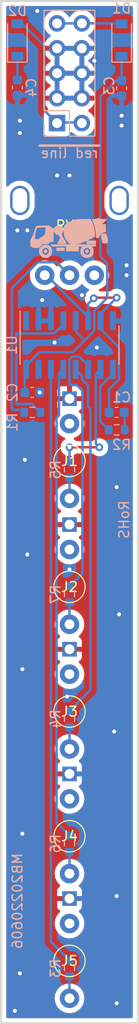
<source format=kicad_pcb>
(kicad_pcb (version 20211014) (generator pcbnew)
  (layers (0 "F.Cu" signal) (31 "B.Cu" signal) (34 "B.Paste" user) (35 "F.Paste" user) (36 "B.SilkS" user "B.Silkscreen") (37 "F.SilkS" user "F.Silkscreen") (38 "B.Mask" user) (39 "F.Mask" user) (44 "Edge.Cuts" user))
  (net 0 "")
  (net 1 "Net-(C1-Pad1)")
  (net 2 "Net-(C1-Pad2)")
  (net 3 "/VCC")
  (net 4 "GND")
  (net 5 "/VEE")
  (net 6 "Net-(D1-Pad2)")
  (net 7 "Net-(D2-Pad2)")
  (net 8 "/clk")
  (net 10 "/clk_div2")
  (net 12 "/clk_div4")
  (net 14 "/clk_div8")
  (net 16 "/clk_div16")
  (net 18 "Net-(R1-Pad1)")
  (net 19 "Net-(R1-Pad2)")
  (net 20 "Net-(R2-Pad2)")
  (net 21 "Net-(R3-Pad1)")
  (net 22 "Net-(R4-Pad1)")
  (net 23 "Net-(R5-Pad1)")
  (net 24 "Net-(R6-Pad1)")
  (net 25 "Net-(R7-Pad1)")
  (footprint "eurorack_footprints:audio_jack_pj-398sm" (layer "F.Cu") (at 63.5 109.095)
    (fp_text reference "J1" (at 0 -3.81 unlocked) (layer "F.SilkS"))
    (fp_text value "AudioJack2_SwitchT" hide)
    (fp_circle (center 0 -3.81) (end 1.6 -3.81) (layer "F.SilkS") (width 0.12) (fill none))
    (pad "S" thru_hole rect (at 0 -10.16) (size 1.5 1.5) (drill 1) (layers *.Cu *.Mask) (net 4 "GND"))
    (pad "T" thru_hole circle (at 0 0) (size 2 2) (drill 1) (layers *.Cu *.Mask) (net 8 "/clk"))
    (pad "TN" thru_hole circle (at 0 -7.62) (size 2 2) (drill 1) (layers *.Cu *.Mask))
  )
  (footprint "eurorack_footprints:audio_jack_pj-398sm" (layer "F.Cu") (at 63.5 134.62)
    (fp_text reference "J3" (at 0 -3.81 unlocked) (layer "F.SilkS"))
    (fp_text value "AudioJack2_SwitchT" hide)
    (fp_circle (center 0 -3.81) (end 1.6 -3.81) (layer "F.SilkS") (width 0.12) (fill none))
    (pad "S" thru_hole rect (at 0 -10.16) (size 1.5 1.5) (drill 1) (layers *.Cu *.Mask) (net 4 "GND"))
    (pad "T" thru_hole circle (at 0 0) (size 2 2) (drill 1) (layers *.Cu *.Mask) (net 12 "/clk_div4"))
    (pad "TN" thru_hole circle (at 0 -7.62) (size 2 2) (drill 1) (layers *.Cu *.Mask))
  )
  (footprint "eurorack_footprints:audio_jack_pj-398sm" (layer "F.Cu") (at 63.5 160.02)
    (fp_text reference "J5" (at 0 -3.81 unlocked) (layer "F.SilkS"))
    (fp_text value "AudioJack2_SwitchT" hide)
    (fp_circle (center 0 -3.81) (end 1.6 -3.81) (layer "F.SilkS") (width 0.12) (fill none))
    (pad "S" thru_hole rect (at 0 -10.16) (size 1.5 1.5) (drill 1) (layers *.Cu *.Mask) (net 4 "GND"))
    (pad "T" thru_hole circle (at 0 0) (size 2 2) (drill 1) (layers *.Cu *.Mask) (net 16 "/clk_div16"))
    (pad "TN" thru_hole circle (at 0 -7.62) (size 2 2) (drill 1) (layers *.Cu *.Mask))
  )
  (footprint "eurorack_footprints:audio_jack_pj-398sm" (layer "F.Cu") (at 63.5 121.92)
    (fp_text reference "J2" (at 0 -3.81 unlocked) (layer "F.SilkS"))
    (fp_text value "AudioJack2_SwitchT" hide)
    (fp_circle (center 0 -3.81) (end 1.6 -3.81) (layer "F.SilkS") (width 0.12) (fill none))
    (pad "S" thru_hole rect (at 0 -10.16) (size 1.5 1.5) (drill 1) (layers *.Cu *.Mask) (net 4 "GND"))
    (pad "T" thru_hole circle (at 0 0) (size 2 2) (drill 1) (layers *.Cu *.Mask) (net 10 "/clk_div2"))
    (pad "TN" thru_hole circle (at 0 -7.62) (size 2 2) (drill 1) (layers *.Cu *.Mask))
  )
  (footprint "eurorack_footprints:audio_jack_pj-398sm" (layer "F.Cu") (at 63.5 147.32)
    (fp_text reference "J4" (at 0 -3.81 unlocked) (layer "F.SilkS"))
    (fp_text value "AudioJack2_SwitchT" hide)
    (fp_circle (center 0 -3.81) (end 1.6 -3.81) (layer "F.SilkS") (width 0.12) (fill none))
    (pad "S" thru_hole rect (at 0 -10.16) (size 1.5 1.5) (drill 1) (layers *.Cu *.Mask) (net 4 "GND"))
    (pad "T" thru_hole circle (at 0 0) (size 2 2) (drill 1) (layers *.Cu *.Mask) (net 14 "/clk_div8"))
    (pad "TN" thru_hole circle (at 0 -7.62) (size 2 2) (drill 1) (layers *.Cu *.Mask))
  )
  (footprint "eurorack_footprints:pot1_B" (layer "F.Cu") (at 60.96 86.36)
    (fp_text reference "RV1" (at 2.54 -5.08 unlocked) (layer "F.SilkS"))
    (fp_text value "100k" hide)
    (pad "" np_thru_hole oval (at -2.54 -7.62 90) (size 3 2) (drill oval 2.5 1.5) (layers F&B.Cu *.Mask))
    (pad "" np_thru_hole oval (at 7.62 -7.62 90) (size 3 2) (drill oval 2.5 1.5) (layers F&B.Cu *.Mask))
    (pad "1" thru_hole circle (at 5.08 0) (size 2 2) (drill 1) (layers *.Cu *.Mask))
    (pad "2" thru_hole circle (at 2.54 0) (size 2 2) (drill 1) (layers *.Cu *.Mask) (net 19 "Net-(R1-Pad2)"))
    (pad "3" thru_hole circle (at 0 0) (size 2 2) (drill 1) (layers *.Cu *.Mask) (net 2 "Net-(C1-Pad2)"))
  )
  (footprint "Capacitor_SMD:C_0603_1608Metric" (layer "B.Cu") (at 68.326 100.33 180)
    (fp_text reference "C1" (at -0.508 1.524) (layer "B.SilkS") (effects (justify mirror)))
    (fp_text value "1nF" hide)
    (fp_line (start -0.14058 -0.51) (end 0.14058 -0.51) (layer "B.SilkS") (width 0.12))
    (fp_line (start -0.14058 0.51) (end 0.14058 0.51) (layer "B.SilkS") (width 0.12))
    (pad "1" smd roundrect (at -0.775 0 180) (size 0.9 0.95) (layers "B.Cu" "B.Paste" "B.Mask") (net 1 "Net-(C1-Pad1)"))
    (pad "2" smd roundrect (at 0.775 0 180) (size 0.9 0.95) (layers "B.Cu" "B.Paste" "B.Mask") (net 2 "Net-(C1-Pad2)"))
  )
  (footprint "Package_SO:SOIC-16_3.9x9.9mm_P1.27mm" (layer "B.Cu") (at 63.5 93.472 -90)
    (fp_text reference "U1" (at 0 5.9 90) (layer "B.SilkS") (effects (justify mirror)))
    (fp_text value "4521" hide)
    (fp_line (start 0 -5.06) (end 1.95 -5.06) (layer "B.SilkS") (width 0.12))
    (fp_line (start 0 5.06) (end -3.45 5.06) (layer "B.SilkS") (width 0.12))
    (fp_line (start 0 5.06) (end 1.95 5.06) (layer "B.SilkS") (width 0.12))
    (fp_line (start 0 -5.06) (end -1.95 -5.06) (layer "B.SilkS") (width 0.12))
    (pad "1" smd roundrect (at -2.475 4.445 270) (size 1.95 0.6) (layers "B.Cu" "B.Paste" "B.Mask"))
    (pad "2" smd roundrect (at -2.475 3.175 270) (size 1.95 0.6) (layers "B.Cu" "B.Paste" "B.Mask") (net 4 "GND"))
    (pad "3" smd roundrect (at -2.475 1.905 270) (size 1.95 0.6) (layers "B.Cu" "B.Paste" "B.Mask") (net 4 "GND"))
    (pad "4" smd roundrect (at -2.475 0.635 270) (size 1.95 0.6) (layers "B.Cu" "B.Paste" "B.Mask") (net 18 "Net-(R1-Pad1)"))
    (pad "5" smd roundrect (at -2.475 -0.635 270) (size 1.95 0.6) (layers "B.Cu" "B.Paste" "B.Mask") (net 3 "/VCC"))
    (pad "6" smd roundrect (at -2.475 -1.905 270) (size 1.95 0.6) (layers "B.Cu" "B.Paste" "B.Mask") (net 2 "Net-(C1-Pad2)"))
    (pad "7" smd roundrect (at -2.475 -3.175 270) (size 1.95 0.6) (layers "B.Cu" "B.Paste" "B.Mask") (net 2 "Net-(C1-Pad2)"))
    (pad "8" smd roundrect (at -2.475 -4.445 270) (size 1.95 0.6) (layers "B.Cu" "B.Paste" "B.Mask") (net 4 "GND"))
    (pad "9" smd roundrect (at 2.475 -4.445 270) (size 1.95 0.6) (layers "B.Cu" "B.Paste" "B.Mask") (net 20 "Net-(R2-Pad2)"))
    (pad "10" smd roundrect (at 2.475 -3.175 270) (size 1.95 0.6) (layers "B.Cu" "B.Paste" "B.Mask") (net 23 "Net-(R5-Pad1)"))
    (pad "11" smd roundrect (at 2.475 -1.905 270) (size 1.95 0.6) (layers "B.Cu" "B.Paste" "B.Mask") (net 25 "Net-(R7-Pad1)"))
    (pad "12" smd roundrect (at 2.475 -0.635 270) (size 1.95 0.6) (layers "B.Cu" "B.Paste" "B.Mask") (net 22 "Net-(R4-Pad1)"))
    (pad "13" smd roundrect (at 2.475 0.635 270) (size 1.95 0.6) (layers "B.Cu" "B.Paste" "B.Mask") (net 24 "Net-(R6-Pad1)"))
    (pad "14" smd roundrect (at 2.475 1.905 270) (size 1.95 0.6) (layers "B.Cu" "B.Paste" "B.Mask") (net 21 "Net-(R3-Pad1)"))
    (pad "15" smd roundrect (at 2.475 3.175 270) (size 1.95 0.6) (layers "B.Cu" "B.Paste" "B.Mask"))
    (pad "16" smd roundrect (at 2.475 4.445 270) (size 1.95 0.6) (layers "B.Cu" "B.Paste" "B.Mask") (net 3 "/VCC"))
  )
  (footprint "Diode_SMD:D_SOD-123" (layer "B.Cu") (at 68.834 62.4 90)
    (fp_text reference "D1" (at 3.228186 0 180) (layer "B.SilkS") (effects (justify mirror)))
    (fp_text value "D_Schottky" hide)
    (fp_line (start -2.25 -1) (end 1.65 -1) (layer "B.SilkS") (width 0.12))
    (fp_line (start -2.25 1) (end -2.25 -1) (layer "B.SilkS") (width 0.12))
    (fp_line (start -2.25 1) (end 1.65 1) (layer "B.SilkS") (width 0.12))
    (pad "1" smd rect (at -1.65 0 90) (size 0.9 1.2) (layers "B.Cu" "B.Paste" "B.Mask") (net 3 "/VCC"))
    (pad "2" smd rect (at 1.65 0 90) (size 0.9 1.2) (layers "B.Cu" "B.Paste" "B.Mask") (net 6 "Net-(D1-Pad2)"))
  )
  (footprint "Resistor_SMD:R_0603_1608Metric" (layer "B.Cu") (at 63.5 106.172 -90)
    (fp_text reference "R5" (at 0 1.43 90) (layer "B.SilkS") (effects (justify mirror)))
    (fp_text value "1k" hide)
    (fp_line (start -0.237258 -0.5225) (end 0.237258 -0.5225) (layer "B.SilkS") (width 0.12))
    (fp_line (start -0.237258 0.5225) (end 0.237258 0.5225) (layer "B.SilkS") (width 0.12))
    (pad "1" smd roundrect (at -0.825 0 270) (size 0.8 0.95) (layers "B.Cu" "B.Paste" "B.Mask") (net 23 "Net-(R5-Pad1)"))
    (pad "2" smd roundrect (at 0.825 0 270) (size 0.8 0.95) (layers "B.Cu" "B.Paste" "B.Mask") (net 8 "/clk"))
  )
  (footprint "Resistor_SMD:R_0603_1608Metric" (layer "B.Cu") (at 68.326 102.108 180)
    (fp_text reference "R2" (at -0.508 -1.524) (layer "B.SilkS") (effects (justify mirror)))
    (fp_text value "220k" hide)
    (fp_line (start -0.237258 -0.5225) (end 0.237258 -0.5225) (layer "B.SilkS") (width 0.12))
    (fp_line (start -0.237258 0.5225) (end 0.237258 0.5225) (layer "B.SilkS") (width 0.12))
    (pad "1" smd roundrect (at -0.825 0 180) (size 0.8 0.95) (layers "B.Cu" "B.Paste" "B.Mask") (net 1 "Net-(C1-Pad1)"))
    (pad "2" smd roundrect (at 0.825 0 180) (size 0.8 0.95) (layers "B.Cu" "B.Paste" "B.Mask") (net 20 "Net-(R2-Pad2)"))
  )
  (footprint "Capacitor_SMD:C_0603_1608Metric" (layer "B.Cu") (at 59.69 98.298)
    (fp_text reference "C2" (at -2.032 0 90) (layer "B.SilkS") (effects (justify mirror)))
    (fp_text value "100nF" hide)
    (fp_line (start -0.14058 -0.51) (end 0.14058 -0.51) (layer "B.SilkS") (width 0.12))
    (fp_line (start -0.14058 0.51) (end 0.14058 0.51) (layer "B.SilkS") (width 0.12))
    (pad "1" smd roundrect (at -0.775 0) (size 0.9 0.95) (layers "B.Cu" "B.Paste" "B.Mask") (net 3 "/VCC"))
    (pad "2" smd roundrect (at 0.775 0) (size 0.9 0.95) (layers "B.Cu" "B.Paste" "B.Mask") (net 4 "GND"))
  )
  (footprint "Resistor_SMD:R_0603_1608Metric" (layer "B.Cu") (at 63.5 156.972 -90)
    (fp_text reference "R3" (at 0 1.43 90) (layer "B.SilkS") (effects (justify mirror)))
    (fp_text value "1k" hide)
    (fp_line (start -0.237258 -0.5225) (end 0.237258 -0.5225) (layer "B.SilkS") (width 0.12))
    (fp_line (start -0.237258 0.5225) (end 0.237258 0.5225) (layer "B.SilkS") (width 0.12))
    (pad "1" smd roundrect (at -0.825 0 270) (size 0.8 0.95) (layers "B.Cu" "B.Paste" "B.Mask") (net 21 "Net-(R3-Pad1)"))
    (pad "2" smd roundrect (at 0.825 0 270) (size 0.8 0.95) (layers "B.Cu" "B.Paste" "B.Mask") (net 16 "/clk_div16"))
  )
  (footprint "Resistor_SMD:R_0603_1608Metric" (layer "B.Cu") (at 59.69 100.33 180)
    (fp_text reference "R1" (at 2.032 -1.016 90) (layer "B.SilkS") (effects (justify mirror)))
    (fp_text value "220R" hide)
    (fp_line (start -0.237258 0.5225) (end 0.237258 0.5225) (layer "B.SilkS") (width 0.12))
    (fp_line (start -0.237258 -0.5225) (end 0.237258 -0.5225) (layer "B.SilkS") (width 0.12))
    (pad "1" smd roundrect (at -0.825 0 180) (size 0.8 0.95) (layers "B.Cu" "B.Paste" "B.Mask") (net 18 "Net-(R1-Pad1)"))
    (pad "2" smd roundrect (at 0.825 0 180) (size 0.8 0.95) (layers "B.Cu" "B.Paste" "B.Mask") (net 19 "Net-(R1-Pad2)"))
  )
  (footprint "eurorack_footprints:musikbeton_8mm_front" (layer "B.Cu") (at 63.5 82.55 180)
    (fp_text reference "G***" hide)
    (fp_text value "LOGO" hide)
    (fp_poly (pts (xy 2.762518 1.247209) (xy 3.007969 1.237329) (xy 3.201011 1.224975) (xy 3.336268 1.21063) (xy 3.408364 1.194773) (xy 3.418014 1.188542) (xy 3.439346 1.142694) (xy 3.478221 1.04284) (xy 3.529839 0.901902) (xy 3.589402 0.732799) (xy 3.615914 0.655667) (xy 3.686309 0.459582) (xy 3.761115 0.268388) (xy 3.832401 0.101327) (xy 3.892239 -0.022362) (xy 3.904098 -0.043597) (xy 3.973318 -0.173935) (xy 4.009629 -0.283003) (xy 4.022797 -0.405719) (xy 4.023776 -0.471442) (xy 4.007467 -0.675516) (xy 3.960931 -0.83702) (xy 3.887753 -0.946604) (xy 3.826455 -0.986002) (xy 3.750496 -1.001666) (xy 3.626821 -1.013522) (xy 3.478244 -1.019614) (xy 3.429372 -1.020027) (xy 3.121783 -1.020027) (xy 2.930165 -0.826) (xy 2.738547 -0.631972) (xy 2.436268 -0.631972) (xy 2.28962 -0.630996) (xy 2.19667 -0.624808) (xy 2.14056 -0.608517) (xy 2.104431 -0.577233) (xy 2.071471 -0.526139) (xy 1.994468 -0.440756) (xy 1.927164 -0.420305) (xy 1.8317 -0.413208) (xy 1.73513 -0.398257) (xy 1.624887 -0.376208) (xy 1.624859 0.157368) (xy 1.624832 0.690945) (xy 1.552085 0.543981) (xy 1.45757 0.415339) (xy 1.329487 0.323786) (xy 1.190122 0.28481) (xy 1.178583 0.284419) (xy 1.118502 0.250089) (xy 1.054386 0.147493) (xy 1.037598 0.11105) (xy 0.961836 -0.061487) (xy 1.099314 -0.284993) (xy 1.179342 -0.417417) (xy 1.225618 -0.510966) (xy 1.231816 -0.572394) (xy 1.191609 -0.608455) (xy 1.098669 -0.625904) (xy 0.946669 -0.631497) (xy 0.774294 -0.631972) (xy 0.311757 -0.631972) (xy 0.336348 -0.500891) (xy 0.376117 -0.390804) (xy 0.445327 -0.27618) (xy 0.469603 -0.246048) (xy 0.54 -0.15) (xy 0.619835 -0.01748) (xy 0.691356 0.121864) (xy 0.804444 0.366014) (xy 0.720777 0.489305) (xy 0.65025 0.648447) (xy 0.637109 0.771079) (xy 0.666163 0.947918) (xy 0.744882 1.088719) (xy 0.860608 1.190512) (xy 1.00068 1.250328) (xy 1.152438 1.265196) (xy 1.303222 1.232148) (xy 1.440372 1.148212) (xy 1.551227 1.010419) (xy 1.563096 0.988298) (xy 1.601428 0.922207) (xy 1.62306 0.902524) (xy 1.624832 0.908925) (xy 1.652995 0.945236) (xy 1.728033 1.006047) (xy 1.817586 1.067764) (xy 2.464525 1.067764) (xy 2.476859 0.732201) (xy 2.485258 0.572161) (xy 2.503068 0.452055) (xy 2.539587 0.357446) (xy 2.604112 0.273896) (xy 2.705942 0.186966) (xy 2.854374 0.082221) (xy 2.926855 0.033455) (xy 3.059124 -0.052177) (xy 3.154216 -0.10338) (xy 3.23164 -0.127732) (xy 3.310907 -0.132811) (xy 3.350188 -0.130971) (xy 3.512248 -0.120444) (xy 3.508435 0.197056) (xy 3.501546 0.379071) (xy 3.482291 0.521295) (xy 3.445147 0.65416) (xy 3.407544 0.752995) (xy 3.357306 0.87095) (xy 3.315134 0.960202) (xy 3.289371 1.003219) (xy 3.287885 1.004382) (xy 3.245602 1.011633) (xy 3.147932 1.021507) (xy 3.009933 1.032643) (xy 2.864914 1.042546) (xy 2.464525 1.067764) (xy 1.817586 1.067764) (xy 1.835851 1.080352) (xy 1.880651 1.108703) (xy 2.136415 1.26689)) (layer "B.SilkS") (width 0) (fill solid))
    (fp_poly (pts (xy -2.866151 1.99904) (xy -2.855391 1.981008) (xy -2.822954 1.962933) (xy -2.736746 1.943928) (xy -2.613418 1.927383) (xy -2.573168 1.923536) (xy -2.442284 1.911177) (xy -2.343645 1.90007) (xy -2.293869 1.892147) (xy -2.290946 1.890713) (xy -2.304397 1.857078) (xy -2.339908 1.775848) (xy -2.390214 1.663601) (xy -2.398001 1.646404) (xy -2.480746 1.444763) (xy -2.547208 1.235324) (xy -2.602413 0.998888) (xy -2.651388 0.716259) (xy -2.664147 0.629871) (xy -2.689326 0.453811) (xy -2.705608 0.333724) (xy -2.713911 0.255712) (xy -2.715152 0.20588) (xy -2.710246 0.17033) (xy -2.70011 0.135165) (xy -2.697355 0.126375) (xy -2.698696 0.064928) (xy -2.754336 0.009894) (xy -2.779618 -0.005917) (xy -2.854958 -0.04748) (xy -2.900612 -0.067261) (xy -2.90282 -0.067527) (xy -2.929853 -0.040467) (xy -2.986416 0.032016) (xy -3.062549 0.136873) (xy -3.103572 0.195526) (xy -3.194604 0.323333) (xy -3.26413 0.405841) (xy -3.328621 0.457217) (xy -3.404546 0.491625) (xy -3.47271 0.513026) (xy -3.583844 0.54336) (xy -3.66928 0.563126) (xy -3.699753 0.567473) (xy -3.717684 0.594409) (xy -3.728274 0.678325) (xy -3.731846 0.823881) (xy -3.729601 0.999625) (xy -3.725231 1.185775) (xy -3.718024 1.311403) (xy -3.701726 1.386464) (xy -3.670084 1.420907) (xy -3.616843 1.424687) (xy -3.535749 1.407754) (xy -3.481571 1.39433) (xy -3.405211 1.387466) (xy -3.386677 1.416824) (xy -3.424809 1.479912) (xy -3.518449 1.574237) (xy -3.596477 1.64124) (xy -3.696354 1.725434) (xy -3.770788 1.791809) (xy -3.806533 1.828453) (xy -3.807891 1.831379) (xy -3.783297 1.862481) (xy -3.746154 1.893471) (xy -3.678621 1.919318) (xy -3.56355 1.926196) (xy -3.436705 1.919323) (xy -3.298869 1.911242) (xy -3.21319 1.916278) (xy -3.162119 1.936636) (xy -3.141344 1.956449) (xy -3.086359 1.990034) (xy -3.004761 2.009822) (xy -2.922657 2.013571)) (layer "B.SilkS") (width 0) (fill solid))
    (fp_poly (pts (xy 2.645047 -0.717349) (xy 2.823056 -0.800018) (xy 2.965168 -0.92598) (xy 3.066245 -1.084158) (xy 3.121152 -1.263472) (xy 3.124754 -1.452842) (xy 3.071913 -1.64119) (xy 2.958721 -1.816043) (xy 2.868866 -1.904931) (xy 2.776413 -1.976572) (xy 2.750291 -1.991968) (xy 2.63269 -2.027237) (xy 2.478182 -2.041076) (xy 2.317012 -2.033703) (xy 2.179425 -2.005339) (xy 2.136494 -1.987506) (xy 1.956473 -1.858189) (xy 1.834899 -1.689788) (xy 1.773543 -1.485246) (xy 1.765998 -1.372459) (xy 1.766759 -1.367055) (xy 2.109155 -1.367055) (xy 2.13857 -1.520582) (xy 2.217954 -1.635511) (xy 2.33401 -1.703676) (xy 2.473443 -1.716912) (xy 2.609448 -1.67433) (xy 2.712909 -1.586005) (xy 2.770294 -1.464763) (xy 2.780663 -1.330447) (xy 2.743073 -1.202899) (xy 2.656585 -1.101961) (xy 2.637209 -1.089032) (xy 2.490711 -1.028533) (xy 2.356491 -1.036396) (xy 2.227462 -1.113138) (xy 2.220355 -1.119385) (xy 2.14413 -1.202889) (xy 2.113174 -1.292065) (xy 2.109155 -1.367055) (xy 1.766759 -1.367055) (xy 1.797105 -1.151544) (xy 1.885577 -0.965358) (xy 2.024142 -0.821317) (xy 2.205527 -0.726836) (xy 2.42246 -0.689329) (xy 2.436276 -0.689055)) (layer "B.SilkS") (width 0) (fill solid))
    (fp_poly (pts (xy -1.703549 -1.189865) (xy -1.635534 -1.25806) (xy -1.591255 -1.338743) (xy -1.585391 -1.372805) (xy -1.610658 -1.450137) (xy -1.670641 -1.527464) (xy -1.741608 -1.577805) (xy -1.771569 -1.584472) (xy -1.832637 -1.565509) (xy -1.895041 -1.529555) (xy -1.95693 -1.450293) (xy -1.967667 -1.352552) (xy -1.934386 -1.257613) (xy -1.864218 -1.186761) (xy -1.771569 -1.161139)) (layer "B.SilkS") (width 0) (fill solid))
    (fp_poly (pts (xy 2.525111 -1.189945) (xy 2.599293 -1.258379) (xy 2.644083 -1.339467) (xy 2.647943 -1.366063) (xy 2.618201 -1.468588) (xy 2.543271 -1.538153) (xy 2.444596 -1.563445) (xy 2.343619 -1.533151) (xy 2.33818 -1.529476) (xy 2.276916 -1.45079) (xy 2.264753 -1.352659) (xy 2.295145 -1.257063) (xy 2.361547 -1.185984) (xy 2.447873 -1.161139)) (layer "B.SilkS") (width 0) (fill solid))
    (fp_poly (pts (xy 1.342665 -1.337527) (xy 0.495998 -1.337527) (xy 0.495998 -0.98475) (xy 1.342665 -0.98475)) (layer "B.SilkS") (width 0) (fill solid))
    (fp_poly (pts (xy -3.55053 0.453423) (xy -3.474514 0.445747) (xy -3.28339 0.421868) (xy -3.252343 0.238906) (xy -3.241485 0.027553) (xy -3.265146 -0.102805) (xy -3.302903 -0.241467) (xy -3.340923 -0.383985) (xy -3.348137 -0.411486) (xy -3.387277 -0.561416) (xy -3.903981 -0.561416) (xy -3.927513 -0.331722) (xy -3.936379 -0.198628) (xy -3.928609 -0.086678) (xy -3.899883 0.034181) (xy -3.856079 0.16548) (xy -3.80597 0.292996) (xy -3.75777 0.392592) (xy -3.72018 0.44684) (xy -3.713374 0.451308) (xy -3.653244 0.457447)) (layer "B.SilkS") (width 0) (fill solid))
    (fp_poly (pts (xy -1.427413 1.915153) (xy -1.135846 1.909493) (xy -0.901864 1.900122) (xy -0.712509 1.884639) (xy -0.554822 1.860648) (xy -0.415847 1.825749) (xy -0.282624 1.777544) (xy -0.142196 1.713635) (xy -0.02883 1.656278) (xy 0.190007 1.534202) (xy 0.350326 1.422643) (xy 0.461428 1.31267) (xy 0.532619 1.195353) (xy 0.568835 1.082586) (xy 0.5918 0.903011) (xy 0.594326 0.683885) (xy 0.577993 0.452685) (xy 0.544382 0.236892) (xy 0.51319 0.115264) (xy 0.4467 -0.037792) (xy 0.344371 -0.208072) (xy 0.22217 -0.373488) (xy 0.096066 -0.511951) (xy 0.005712 -0.586734) (xy -0.114158 -0.66725) (xy 1.871832 -0.66725) (xy 1.871832 -0.878916) (xy 0.354887 -0.878916) (xy 0.354887 -1.372805) (xy -0.950391 -1.372805) (xy -0.950391 -0.878916) (xy -1.266758 -0.878916) (xy -1.192223 -1.021916) (xy -1.113515 -1.226606) (xy -1.100771 -1.420976) (xy -1.153684 -1.618916) (xy -1.17781 -1.671969) (xy -1.294659 -1.851541) (xy -1.442679 -1.969715) (xy -1.628773 -2.030711) (xy -1.782518 -2.041671) (xy -1.927321 -2.030397) (xy -2.052256 -2.002592) (xy -2.096918 -1.984338) (xy -2.239299 -1.894018) (xy -2.336621 -1.789155) (xy -2.400987 -1.672666) (xy -2.459666 -1.463381) (xy -2.455881 -1.350453) (xy -2.114557 -1.350453) (xy -2.087125 -1.51261) (xy -2.01217 -1.632633) (xy -1.900702 -1.703357) (xy -1.763734 -1.717615) (xy -1.619962 -1.672301) (xy -1.507738 -1.581442) (xy -1.448996 -1.464121) (xy -1.440646 -1.336044) (xy -1.4796 -1.212914) (xy -1.562771 -1.110438) (xy -1.68707 -1.044318) (xy -1.745919 -1.031792) (xy -1.853363 -1.027622) (xy -1.936528 -1.058681) (xy -2.001628 -1.107665) (xy -2.078439 -1.186502) (xy -2.110004 -1.27095) (xy -2.114557 -1.350453) (xy -2.455881 -1.350453) (xy -2.452369 -1.245687) (xy -2.383939 -1.043645) (xy -2.300542 -0.878916) (xy -2.507411 -0.878916) (xy -2.622902 -0.877435) (xy -2.684659 -0.867255) (xy -2.709504 -0.839769) (xy -2.714259 -0.786372) (xy -2.714279 -0.773083) (xy -2.714279 -0.66725) (xy -0.685807 -0.662656) (xy -1.029291 -0.577594) (xy -1.200318 -0.530469) (xy -1.367353 -0.476342) (xy -1.503886 -0.424103) (xy -1.548465 -0.403501) (xy -1.647989 -0.354643) (xy -1.719815 -0.322306) (xy -1.742968 -0.314472) (xy -1.754191 -0.346029) (xy -1.760919 -0.425863) (xy -1.761779 -0.473222) (xy -1.761779 -0.631972) (xy -2.714279 -0.631972) (xy -2.714279 -0.279194) (xy -2.264488 -0.276109) (xy -1.814696 -0.273024) (xy -2.202752 -0.083472) (xy -2.354941 -0.009415) (xy -2.484677 0.053186) (xy -2.578462 0.097854) (xy -2.622795 0.118113) (xy -2.623209 0.118272) (xy -2.63294 0.1564) (xy -2.63234 0.249371) (xy -2.623042 0.382495) (xy -2.606681 0.54108) (xy -2.584893 0.710436) (xy -2.559311 0.875873) (xy -2.53157 1.0227) (xy -2.514341 1.096639) (xy -2.476232 1.217251) (xy -2.417032 1.374286) (xy -2.347078 1.540997) (xy -2.316652 1.608167) (xy -2.16902 1.925667)) (layer "B.SilkS") (width 0) (fill solid))
  )
  (footprint "Resistor_SMD:R_0603_1608Metric" (layer "B.Cu") (at 63.5 131.572 -90)
    (fp_text reference "R4" (at 0 1.43 90) (layer "B.SilkS") (effects (justify mirror)))
    (fp_text value "1k" hide)
    (fp_line (start -0.237258 -0.5225) (end 0.237258 -0.5225) (layer "B.SilkS") (width 0.12))
    (fp_line (start -0.237258 0.5225) (end 0.237258 0.5225) (layer "B.SilkS") (width 0.12))
    (pad "1" smd roundrect (at -0.825 0 270) (size 0.8 0.95) (layers "B.Cu" "B.Paste" "B.Mask") (net 22 "Net-(R4-Pad1)"))
    (pad "2" smd roundrect (at 0.825 0 270) (size 0.8 0.95) (layers "B.Cu" "B.Paste" "B.Mask") (net 12 "/clk_div4"))
  )
  (footprint "Diode_SMD:D_SOD-123" (layer "B.Cu") (at 58.166 62.4 90)
    (fp_text reference "D2" (at 2.974186 0 180) (layer "B.SilkS") (effects (justify mirror)))
    (fp_text value "D_Schottky" hide)
    (fp_line (start -2.25 1) (end 1.65 1) (layer "B.SilkS") (width 0.12))
    (fp_line (start -2.25 1) (end -2.25 -1) (layer "B.SilkS") (width 0.12))
    (fp_line (start -2.25 -1) (end 1.65 -1) (layer "B.SilkS") (width 0.12))
    (pad "1" smd rect (at -1.65 0 90) (size 0.9 1.2) (layers "B.Cu" "B.Paste" "B.Mask") (net 5 "/VEE"))
    (pad "2" smd rect (at 1.65 0 90) (size 0.9 1.2) (layers "B.Cu" "B.Paste" "B.Mask") (net 7 "Net-(D2-Pad2)"))
  )
  (footprint "Capacitor_SMD:C_0603_1608Metric" (layer "B.Cu") (at 58.166 67.236186 90)
    (fp_text reference "C4" (at 0 1.43 90) (layer "B.SilkS") (effects (justify mirror)))
    (fp_text value "10uF" hide)
    (fp_line (start -0.14058 0.51) (end 0.14058 0.51) (layer "B.SilkS") (width 0.12))
    (fp_line (start -0.14058 -0.51) (end 0.14058 -0.51) (layer "B.SilkS") (width 0.12))
    (pad "1" smd roundrect (at -0.775 0 90) (size 0.9 0.95) (layers "B.Cu" "B.Paste" "B.Mask") (net 4 "GND"))
    (pad "2" smd roundrect (at 0.775 0 90) (size 0.9 0.95) (layers "B.Cu" "B.Paste" "B.Mask") (net 5 "/VEE"))
  )
  (footprint "Resistor_SMD:R_0603_1608Metric" (layer "B.Cu") (at 63.5 118.872 -90)
    (fp_text reference "R7" (at 0 1.43 90) (layer "B.SilkS") (effects (justify mirror)))
    (fp_text value "1k" hide)
    (fp_line (start -0.237258 -0.5225) (end 0.237258 -0.5225) (layer "B.SilkS") (width 0.12))
    (fp_line (start -0.237258 0.5225) (end 0.237258 0.5225) (layer "B.SilkS") (width 0.12))
    (pad "1" smd roundrect (at -0.825 0 270) (size 0.8 0.95) (layers "B.Cu" "B.Paste" "B.Mask") (net 25 "Net-(R7-Pad1)"))
    (pad "2" smd roundrect (at 0.825 0 270) (size 0.8 0.95) (layers "B.Cu" "B.Paste" "B.Mask") (net 10 "/clk_div2"))
  )
  (footprint "Capacitor_SMD:C_0603_1608Metric" (layer "B.Cu") (at 68.834 67.31 -90)
    (fp_text reference "C3" (at -0.254 1.27 90) (layer "B.SilkS") (effects (justify mirror)))
    (fp_text value "10uF" hide)
    (fp_line (start -0.14058 0.51) (end 0.14058 0.51) (layer "B.SilkS") (width 0.12))
    (fp_line (start -0.14058 -0.51) (end 0.14058 -0.51) (layer "B.SilkS") (width 0.12))
    (pad "1" smd roundrect (at -0.775 0 270) (size 0.9 0.95) (layers "B.Cu" "B.Paste" "B.Mask") (net 3 "/VCC"))
    (pad "2" smd roundrect (at 0.775 0 270) (size 0.9 0.95) (layers "B.Cu" "B.Paste" "B.Mask") (net 4 "GND"))
  )
  (footprint "Resistor_SMD:R_0603_1608Metric" (layer "B.Cu") (at 63.5 144.272 -90)
    (fp_text reference "R6" (at 0 1.43 90) (layer "B.SilkS") (effects (justify mirror)))
    (fp_text value "1k" hide)
    (fp_line (start -0.237258 0.5225) (end 0.237258 0.5225) (layer "B.SilkS") (width 0.12))
    (fp_line (start -0.237258 -0.5225) (end 0.237258 -0.5225) (layer "B.SilkS") (width 0.12))
    (pad "1" smd roundrect (at -0.825 0 270) (size 0.8 0.95) (layers "B.Cu" "B.Paste" "B.Mask") (net 24 "Net-(R6-Pad1)"))
    (pad "2" smd roundrect (at 0.825 0 270) (size 0.8 0.95) (layers "B.Cu" "B.Paste" "B.Mask") (net 14 "/clk_div8"))
  )
  (footprint "Connector_PinHeader_2.54mm:PinHeader_2x05_P2.54mm_Vertical" (layer "B.Cu") (at 62.225 70.861)
    (fp_text reference "J6" hide)
    (fp_text value "EurorackPwr" hide)
    (fp_line (start 1.27 -1.27) (end 1.27 1.33) (layer "B.SilkS") (width 0.12))
    (fp_line (start -1.33 -11.49) (end 3.87 -11.49) (layer "B.SilkS") (width 0.12))
    (fp_line (start 3.87 1.33) (end 3.87 -11.49) (layer "B.SilkS") (width 0.12))
    (fp_line (start -1.33 1.33) (end 0 1.33) (layer "B.SilkS") (width 0.12))
    (fp_line (start 1.27 1.33) (end 3.87 1.33) (layer "B.SilkS") (width 0.12))
    (fp_line (start -1.33 -1.27) (end 1.27 -1.27) (layer "B.SilkS") (width 0.12))
    (fp_line (start -1.33 -1.27) (end -1.33 -11.49) (layer "B.SilkS") (width 0.12))
    (fp_line (start -1.33 0) (end -1.33 1.33) (layer "B.SilkS") (width 0.12))
    (pad "1" thru_hole rect (at 0 0) (size 1.7 1.7) (drill 1) (layers *.Cu *.Mask) (net 7 "Net-(D2-Pad2)"))
    (pad "2" thru_hole oval (at 2.54 0) (size 1.7 1.7) (drill 1) (layers *.Cu *.Mask) (net 7 "Net-(D2-Pad2)"))
    (pad "3" thru_hole oval (at 0 -2.54) (size 1.7 1.7) (drill 1) (layers *.Cu *.Mask) (net 4 "GND"))
    (pad "4" thru_hole oval (at 2.54 -2.54) (size 1.7 1.7) (drill 1) (layers *.Cu *.Mask) (net 4 "GND"))
    (pad "5" thru_hole oval (at 0 -5.08) (size 1.7 1.7) (drill 1) (layers *.Cu *.Mask) (net 4 "GND"))
    (pad "6" thru_hole oval (at 2.54 -5.08) (size 1.7 1.7) (drill 1) (layers *.Cu *.Mask) (net 4 "GND"))
    (pad "7" thru_hole oval (at 0 -7.62) (size 1.7 1.7) (drill 1) (layers *.Cu *.Mask) (net 4 "GND"))
    (pad "8" thru_hole oval (at 2.54 -7.62) (size 1.7 1.7) (drill 1) (layers *.Cu *.Mask) (net 4 "GND"))
    (pad "9" thru_hole oval (at 0 -10.16) (size 1.7 1.7) (drill 1) (layers *.Cu *.Mask) (net 6 "Net-(D1-Pad2)"))
    (pad "10" thru_hole oval (at 2.54 -10.16) (size 1.7 1.7) (drill 1) (layers *.Cu *.Mask) (net 6 "Net-(D1-Pad2)"))
  )
  (gr_line (start 66.548 73.152) (end 60.452 73.152) (layer "B.SilkS") (width 0.25))
  (gr_rect (start 56.515 162.56) (end 70.485 58.42) (layer "Edge.Cuts") (width 0.2) (fill none))
  (gr_text "MB20220606" (at 58.166 150.114 90) (layer "B.SilkS") (effects (font (size 1 1)) (justify mirror)))
  (gr_text "RoHS" (at 69.088 111.252 90) (layer "B.SilkS") (effects (font (size 1 1)) (justify mirror)))
  (gr_text "red line" (at 63.5 73.914) (layer "B.SilkS") (effects (font (size 1 1)) (justify mirror)))
  (segment (start 69.151 100.38) (end 69.101 100.33) (width 0.25) (layer "B.Cu") (net 1))
  (segment (start 69.151 102.108) (end 69.151 100.38) (width 0.25) (layer "B.Cu") (net 1))
  (segment (start 65.972211 88.70807) (end 66.034281 88.646) (width 0.25) (layer "F.Cu") (net 2))
  (segment (start 66.034281 88.646) (end 68.326 88.646) (width 0.25) (layer "F.Cu") (net 2))
  (via (at 68.326 88.646) (size 0.8) (drill 0.4) (layers "F.Cu" "B.Cu") (net 2))
  (via (at 65.972211 88.70807) (size 0.8) (drill 0.4) (layers "F.Cu" "B.Cu") (net 2))
  (segment (start 65.405 89.275281) (end 65.972211 88.70807) (width 0.25) (layer "B.Cu") (net 2))
  (segment (start 66.675 91.821) (end 66.675 90.997) (width 0.25) (layer "B.Cu") (net 2))
  (segment (start 67.551 100.33) (end 67.551 97.987072) (width 0.25) (layer "B.Cu") (net 2))
  (segment (start 65.405 90.620928) (end 65.405 90.997) (width 0.25) (layer "B.Cu") (net 2))
  (segment (start 65.405 90.997) (end 65.405 89.275281) (width 0.25) (layer "B.Cu") (net 2))
  (segment (start 60.96 86.36) (end 61.144072 86.36) (width 0.25) (layer "B.Cu") (net 2))
  (segment (start 67.551 97.987072) (end 68.56952 96.968552) (width 0.25) (layer "B.Cu") (net 2))
  (segment (start 61.144072 86.36) (end 65.405 90.620928) (width 0.25) (layer "B.Cu") (net 2))
  (segment (start 66.675 90.297) (end 68.326 88.646) (width 0.25) (layer "B.Cu") (net 2))
  (segment (start 68.56952 96.968552) (end 68.56952 93.71552) (width 0.25) (layer "B.Cu") (net 2))
  (segment (start 68.56952 93.71552) (end 66.675 91.821) (width 0.25) (layer "B.Cu") (net 2))
  (segment (start 66.675 90.997) (end 66.675 90.297) (width 0.25) (layer "B.Cu") (net 2))
  (segment (start 64.135 92.075) (end 65.054036 92.994036) (width 0.25) (layer "B.Cu") (net 3))
  (segment (start 66.02952 89.996408) (end 66.02952 92.018552) (width 0.25) (layer "B.Cu") (net 3))
  (segment (start 68.326 66.479327) (end 66.651404 68.153923) (width 0.25) (layer "B.Cu") (net 3))
  (segment (start 66.02952 92.018552) (end 65.054036 92.994036) (width 0.25) (layer "B.Cu") (net 3))
  (segment (start 66.651404 68.153923) (end 66.651404 84.446679) (width 0.25) (layer "B.Cu") (net 3))
  (segment (start 66.651404 84.446679) (end 67.364511 85.159786) (width 0.25) (layer "B.Cu") (net 3))
  (segment (start 58.915 95.710928) (end 58.915 98.298) (width 0.25) (layer "B.Cu") (net 3))
  (segment (start 68.834 64.05) (end 68.834 66.479327) (width 0.25) (layer "B.Cu") (net 3))
  (segment (start 60.427968 94.19796) (end 63.850112 94.19796) (width 0.25) (layer "B.Cu") (net 3))
  (segment (start 67.364511 88.661417) (end 66.02952 89.996408) (width 0.25) (layer "B.Cu") (net 3))
  (segment (start 64.135 90.997) (end 64.135 92.075) (width 0.25) (layer "B.Cu") (net 3))
  (segment (start 60.427968 94.19796) (end 58.915 95.710928) (width 0.25) (layer "B.Cu") (net 3))
  (segment (start 67.364511 85.159786) (end 67.364511 88.661417) (width 0.25) (layer "B.Cu") (net 3))
  (segment (start 63.850112 94.19796) (end 65.054036 92.994036) (width 0.25) (layer "B.Cu") (net 3))
  (via (at 62.23 76.2) (size 0.8) (drill 0.4) (layers "F.Cu" "B.Cu") (net 4))
  (via (at 68.072 132.842) (size 0.8) (drill 0.4) (layers "F.Cu" "B.Cu") (net 4))
  (via (at 68.326 107.95) (size 0.8) (drill 0.4) (layers "F.Cu" "B.Cu") (net 4))
  (via (at 64.77 88.392) (size 0.8) (drill 0.4) (layers "F.Cu" "B.Cu") (net 4))
  (via (at 63.246 129.286) (size 0.8) (drill 0.4) (layers "F.Cu" "B.Cu") (net 4))
  (via (at 63.5 76.2) (size 0.8) (drill 0.4) (layers "F.Cu" "B.Cu") (net 4))
  (via (at 68.834 70.104) (size 0.8) (drill 0.4) (layers "F.Cu" "B.Cu") (net 4))
  (via (at 59.182 81.788) (size 0.8) (drill 0.4) (layers "F.Cu" "B.Cu") (net 4))
  (via (at 59.182 114.808) (size 0.8) (drill 0.4) (layers "F.Cu" "B.Cu") (net 4))
  (via (at 58.674 126.492) (size 0.8) (drill 0.4) (layers "F.Cu" "B.Cu") (net 4))
  (via (at 66.294 93.726) (size 0.8) (drill 0.4) (layers "F.Cu" "B.Cu") (net 4))
  (via (at 68.326 160.528) (size 0.8) (drill 0.4) (layers "F.Cu" "B.Cu") (net 4))
  (via (at 68.326 149.606) (size 0.8) (drill 0.4) (layers "F.Cu" "B.Cu") (net 4))
  (via (at 61.976 93.218) (size 0.8) (drill 0.4) (layers "F.Cu" "B.Cu") (net 4))
  (via (at 58.42 70.612) (size 0.8) (drill 0.4) (layers "F.Cu" "B.Cu") (net 4))
  (via (at 68.58 120.904) (size 0.8) (drill 0.4) (layers "F.Cu" "B.Cu") (net 4))
  (via (at 58.166 81.788) (size 0.8) (drill 0.4) (layers "F.Cu" "B.Cu") (net 4))
  (via (at 66.04 64.516) (size 0.8) (drill 0.4) (layers "F.Cu" "B.Cu") (net 4))
  (via (at 60.706 88.9) (size 0.8) (drill 0.4) (layers "F.Cu" "B.Cu") (net 4))
  (via (at 58.674 143.256) (size 0.8) (drill 0.4) (layers "F.Cu" "B.Cu") (net 4))
  (via (at 69.342 86.36) (size 0.8) (drill 0.4) (layers "F.Cu" "B.Cu") (net 4))
  (via (at 58.42 157.48) (size 0.8) (drill 0.4) (layers "F.Cu" "B.Cu") (net 4))
  (via (at 69.342 85.344) (size 0.8) (drill 0.4) (layers "F.Cu" "B.Cu") (net 4))
  (via (at 63.5 116.332) (size 0.8) (drill 0.4) (layers "F.Cu" "B.Cu") (net 4))
  (via (at 58.928 105.156) (size 0.8) (drill 0.4) (layers "F.Cu" "B.Cu") (net 4))
  (via (at 60.198 59.436) (size 0.8) (drill 0.4) (layers "F.Cu" "B.Cu") (net 4))
  (via (at 68.834 71.12) (size 0.8) (drill 0.4) (layers "F.Cu" "B.Cu") (net 4))
  (via (at 57.912 161.29) (size 0.8) (drill 0.4) (layers "F.Cu" "B.Cu") (net 4))
  (via (at 58.42 71.882) (size 0.8) (drill 0.4) (layers "F.Cu" "B.Cu") (net 4))
  (via (at 60.452 98.298) (size 0.8) (drill 0.4) (layers "F.Cu" "B.Cu") (net 4))
  (segment (start 58.166 64.060186) (end 58.166 66.461186) (width 0.25) (layer "B.Cu") (net 5))
  (segment (start 62.225 60.701) (end 64.765 60.701) (width 0.25) (layer "B.Cu") (net 6))
  (segment (start 68.277 60.701) (end 68.326 60.75) (width 0.25) (layer "B.Cu") (net 6))
  (segment (start 64.765 60.701) (end 68.277 60.701) (width 0.25) (layer "B.Cu") (net 6))
  (segment (start 62.235 70.797186) (end 64.775 70.797186) (width 0.25) (layer "B.Cu") (net 7))
  (segment (start 60.923534 62.999534) (end 58.674 60.75) (width 0.25) (layer "B.Cu") (net 7))
  (segment (start 60.923534 69.559534) (end 60.923534 62.999534) (width 0.25) (layer "B.Cu") (net 7))
  (segment (start 62.225 70.861) (end 60.923534 69.559534) (width 0.25) (layer "B.Cu") (net 7))
  (segment (start 63.5 106.997) (end 63.5 109.095) (width 0.25) (layer "B.Cu") (net 8))
  (segment (start 63.5 119.697) (end 63.5 121.92) (width 0.25) (layer "B.Cu") (net 10))
  (segment (start 63.5 132.397) (end 63.5 134.62) (width 0.25) (layer "B.Cu") (net 12))
  (segment (start 63.5 145.097) (end 63.5 147.32) (width 0.25) (layer "B.Cu") (net 14))
  (segment (start 63.5 157.797) (end 63.5 160.02) (width 0.25) (layer "B.Cu") (net 16))
  (segment (start 61.941552 92.29652) (end 62.865 91.373072) (width 0.25) (layer "B.Cu") (net 18))
  (segment (start 58.114162 99.470217) (end 58.04452 99.400575) (width 0.25) (layer "B.Cu") (net 18))
  (segment (start 62.865 91.373072) (end 62.865 90.997) (width 0.25) (layer "B.Cu") (net 18))
  (segment (start 58.04452 99.400575) (end 58.04452 92.29652) (width 0.25) (layer "B.Cu") (net 18))
  (segment (start 59.655217 99.470217) (end 58.114162 99.470217) (width 0.25) (layer "B.Cu") (net 18))
  (segment (start 58.04452 92.29652) (end 61.941552 92.29652) (width 0.25) (layer "B.Cu") (net 18))
  (segment (start 60.515 100.33) (end 59.655217 99.470217) (width 0.25) (layer "B.Cu") (net 18))
  (segment (start 62.175489 85.035489) (end 63.5 86.36) (width 0.25) (layer "B.Cu") (net 19))
  (segment (start 60.252511 85.035489) (end 62.175489 85.035489) (width 0.25) (layer "B.Cu") (net 19))
  (segment (start 58.928 100.076) (end 57.663222 100.076) (width 0.25) (layer "B.Cu") (net 19))
  (segment (start 57.663222 100.076) (end 57.595 100.007778) (width 0.25) (layer "B.Cu") (net 19))
  (segment (start 57.595 87.693) (end 60.252511 85.035489) (width 0.25) (layer "B.Cu") (net 19))
  (segment (start 57.595 100.007778) (end 57.595 87.693) (width 0.25) (layer "B.Cu") (net 19))
  (segment (start 66.645035 101.252035) (end 66.645035 97.692965) (width 0.25) (layer "B.Cu") (net 20))
  (segment (start 67.501 102.108) (end 66.645035 101.252035) (width 0.25) (layer "B.Cu") (net 20))
  (segment (start 67.945 96.393) (end 67.945 95.947) (width 0.25) (layer "B.Cu") (net 20))
  (segment (start 66.645035 97.692965) (end 67.945 96.393) (width 0.25) (layer "B.Cu") (net 20))
  (segment (start 61.595 95.947) (end 61.595 154.242) (width 0.25) (layer "B.Cu") (net 21))
  (segment (start 61.595 154.242) (end 63.5 156.147) (width 0.25) (layer "B.Cu") (net 21))
  (segment (start 65.637024 128.609976) (end 63.5 130.747) (width 0.25) (layer "B.Cu") (net 22))
  (segment (start 64.135 95.947) (end 64.78048 96.59248) (width 0.25) (layer "B.Cu") (net 22))
  (segment (start 65.391967 99.729727) (end 65.637024 99.974784) (width 0.25) (layer "B.Cu") (net 22))
  (segment (start 65.637024 99.974784) (end 65.637024 128.609976) (width 0.25) (layer "B.Cu") (net 22))
  (segment (start 65.391967 97.580039) (end 65.391967 99.729727) (width 0.25) (layer "B.Cu") (net 22))
  (segment (start 64.78048 96.59248) (end 64.78048 96.968552) (width 0.25) (layer "B.Cu") (net 22))
  (segment (start 64.78048 96.968552) (end 65.391967 97.580039) (width 0.25) (layer "B.Cu") (net 22))
  (segment (start 63.5 103.886) (end 66.548 103.886) (width 0.25) (layer "F.Cu") (net 23))
  (via (at 66.548 103.886) (size 0.8) (drill 0.4) (layers "F.Cu" "B.Cu") (net 23))
  (via (at 63.5 103.886) (size 0.8) (drill 0.4) (layers "F.Cu" "B.Cu") (net 23))
  (segment (start 66.195515 96.426485) (end 66.675 95.947) (width 0.25) (layer "B.Cu") (net 23))
  (segment (start 66.195515 103.533515) (end 66.195515 96.426485) (width 0.25) (layer "B.Cu") (net 23))
  (segment (start 63.5 105.347) (end 63.5 103.886) (width 0.25) (layer "B.Cu") (net 23))
  (segment (start 66.548 103.886) (end 66.195515 103.533515) (width 0.25) (layer "B.Cu") (net 23))
  (segment (start 62.175489 142.122489) (end 63.5 143.447) (width 0.25) (layer "B.Cu") (net 24))
  (segment (start 62.425489 96.386511) (end 62.425489 100.642511) (width 0.25) (layer "B.Cu") (net 24))
  (segment (start 62.865 95.947) (end 62.425489 96.386511) (width 0.25) (layer "B.Cu") (net 24))
  (segment (start 62.175489 100.892511) (end 62.175489 142.122489) (width 0.25) (layer "B.Cu") (net 24))
  (segment (start 62.425489 100.642511) (end 62.175489 100.892511) (width 0.25) (layer "B.Cu") (net 24))
  (segment (start 64.481552 94.64748) (end 63.788448 94.64748) (width 0.25) (layer "B.Cu") (net 25))
  (segment (start 65.405 95.947) (end 65.405 95.570928) (width 0.25) (layer "B.Cu") (net 25))
  (segment (start 64.824511 116.722489) (end 63.5 118.047) (width 0.25) (layer "B.Cu") (net 25))
  (segment (start 65.405 95.570928) (end 64.481552 94.64748) (width 0.25) (layer "B.Cu") (net 25))
  (segment (start 64.824511 98.110489) (end 64.824511 116.722489) (width 0.25) (layer "B.Cu") (net 25))
  (segment (start 63.5 94.935928) (end 63.5 97.536) (width 0.25) (layer "B.Cu") (net 25))
  (segment (start 63.788448 94.64748) (end 63.5 94.935928) (width 0.25) (layer "B.Cu") (net 25))
  (segment (start 63.5 97.536) (end 64.250022 97.536) (width 0.25) (layer "B.Cu") (net 25))
  (segment (start 64.250022 97.536) (end 64.824511 98.110489) (width 0.25) (layer "B.Cu") (net 25))
  (zone (net 4) (net_name "GND") (layers F&B.Cu) (connect_pads (clearance 0.508)) (min_thickness 0.254) (fill yes (thermal_gap 0.508) (thermal_bridge_width 0.508))
    (polygon (pts (xy 70.358 162.56) (xy 56.388 162.306) (xy 56.642 58.42) (xy 70.612 58.42)))
  )
)
</source>
